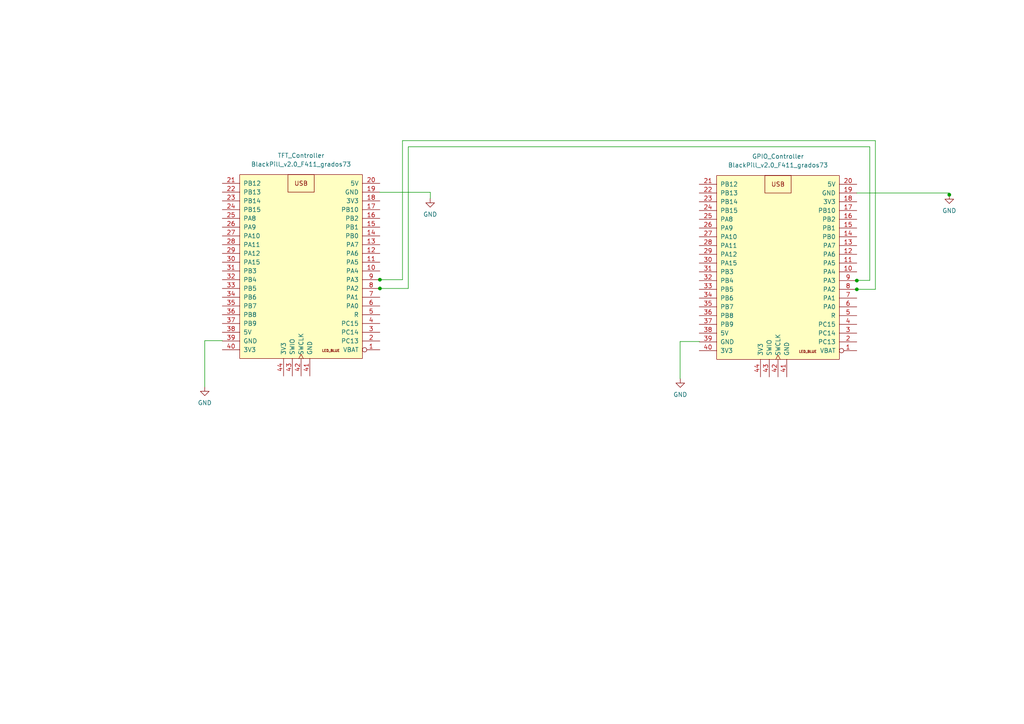
<source format=kicad_sch>
(kicad_sch (version 20211123) (generator eeschema)
  (paper "A4")
  (title_block (title "free_michelle_v1_0") (rev "1.0") (company "grados73"))
  (lib_symbols
    (symbol "BluePill_Part_Like_SWD_Breakout_STM:BlackPill_v2.0_F411_grados73" (pin_names (offset 1.016))
      (property "Reference" "U" (at -15.24 27.94 0))
      (property "Value" "BlackPill_v2.0_F411_grados73" (at 20.32 27.94 0))
      (symbol "BlackPill_v2.0_F411_grados73_0_0"
        (text "USB" (at 0 22.86 0) (effects (font (size 1.27 1.27))))
      )
      (symbol "BlackPill_v2.0_F411_grados73_0_1"
        (rectangle (start -17.78 25.4) (end 17.78 -27.94) (fill (type background)))
        (rectangle (start 3.81 25.4) (end -3.81 20.32))
      )
      (symbol "BlackPill_v2.0_F411_grados73_1_0"
        (text "LED_BLUE" (at 8.636 -25.654 0) (effects (font (size 0.7 0.7))))
      )
      (symbol "BlackPill_v2.0_F411_grados73_1_1"
        (pin power_in inverted (at 22.86 -25.4 180) (length 5.08) (name "VBAT") (number "1"))
        (pin bidirectional line (at 22.86 -2.54 180) (length 5.08) (name "PA4") (number "10"))
        (pin bidirectional line (at 22.86 0 180) (length 5.08) (name "PA5") (number "11"))
        (pin bidirectional line (at 22.86 2.54 180) (length 5.08) (name "PA6") (number "12"))
        (pin bidirectional line (at 22.86 5.08 180) (length 5.08) (name "PA7") (number "13"))
        (pin bidirectional line (at 22.86 7.62 180) (length 5.08) (name "PB0") (number "14"))
        (pin bidirectional line (at 22.86 10.16 180) (length 5.08) (name "PB1") (number "15"))
        (pin bidirectional line (at 22.86 12.7 180) (length 5.08) (name "PB2") (number "16"))
        (pin bidirectional line (at 22.86 15.24 180) (length 5.08) (name "PB10") (number "17"))
        (pin power_in line (at 22.86 17.78 180) (length 5.08) (name "3V3") (number "18"))
        (pin power_in line (at 22.86 20.32 180) (length 5.08) (name "GND") (number "19"))
        (pin bidirectional line (at 22.86 -22.86 180) (length 5.08) (name "PC13") (number "2"))
        (pin power_in line (at 22.86 22.86 180) (length 5.08) (name "5V") (number "20"))
        (pin bidirectional line (at -22.86 22.86 0) (length 5.08) (name "PB12") (number "21"))
        (pin bidirectional line (at -22.86 20.32 0) (length 5.08) (name "PB13") (number "22"))
        (pin bidirectional line (at -22.86 17.78 0) (length 5.08) (name "PB14") (number "23"))
        (pin bidirectional line (at -22.86 15.24 0) (length 5.08) (name "PB15") (number "24"))
        (pin bidirectional line (at -22.86 12.7 0) (length 5.08) (name "PA8") (number "25"))
        (pin bidirectional line (at -22.86 10.16 0) (length 5.08) (name "PA9") (number "26"))
        (pin bidirectional line (at -22.86 7.62 0) (length 5.08) (name "PA10") (number "27"))
        (pin bidirectional line (at -22.86 5.08 0) (length 5.08) (name "PA11") (number "28"))
        (pin bidirectional line (at -22.86 2.54 0) (length 5.08) (name "PA12") (number "29"))
        (pin bidirectional line (at 22.86 -20.32 180) (length 5.08) (name "PC14") (number "3"))
        (pin bidirectional line (at -22.86 0 0) (length 5.08) (name "PA15") (number "30"))
        (pin bidirectional line (at -22.86 -2.54 0) (length 5.08) (name "PB3") (number "31"))
        (pin bidirectional line (at -22.86 -5.08 0) (length 5.08) (name "PB4") (number "32"))
        (pin bidirectional line (at -22.86 -7.62 0) (length 5.08) (name "PB5") (number "33"))
        (pin bidirectional line (at -22.86 -10.16 0) (length 5.08) (name "PB6") (number "34"))
        (pin bidirectional line (at -22.86 -12.7 0) (length 5.08) (name "PB7") (number "35"))
        (pin bidirectional line (at -22.86 -15.24 0) (length 5.08) (name "PB8") (number "36"))
        (pin bidirectional line (at -22.86 -17.78 0) (length 5.08) (name "PB9") (number "37"))
        (pin power_in line (at -22.86 -20.32 0) (length 5.08) (name "5V") (number "38"))
        (pin power_in line (at -22.86 -22.86 0) (length 5.08) (name "GND") (number "39"))
        (pin bidirectional line (at 22.86 -17.78 180) (length 5.08) (name "PC15") (number "4"))
        (pin power_in line (at -22.86 -25.4 0) (length 5.08) (name "3V3") (number "40"))
        (pin power_in line (at 2.54 -33.02 90) (length 5.08) (name "GND") (number "41"))
        (pin bidirectional clock (at 0 -33.02 90) (length 5.08) (name "SWCLK") (number "42"))
        (pin bidirectional line (at -2.54 -33.02 90) (length 5.08) (name "SWIO") (number "43"))
        (pin power_in line (at -5.08 -33.02 90) (length 5.08) (name "3V3") (number "44"))
        (pin bidirectional line (at 22.86 -15.24 180) (length 5.08) (name "R") (number "5"))
        (pin bidirectional line (at 22.86 -12.7 180) (length 5.08) (name "PA0") (number "6"))
        (pin bidirectional line (at 22.86 -10.16 180) (length 5.08) (name "PA1") (number "7"))
        (pin bidirectional line (at 22.86 -7.62 180) (length 5.08) (name "PA2") (number "8"))
        (pin bidirectional line (at 22.86 -5.08 180) (length 5.08) (name "PA3") (number "9"))
      )
    )
    (symbol "power:GND" (power) (pin_names (offset 0))
      (property "Value" "GND" (at 0 -3.81 0))
      (symbol "GND_0_1"
        (polyline (pts (xy 0 0) (xy 0 -1.27) (xy 1.27 -1.27) (xy 0 -2.54) (xy -1.27 -1.27) (xy 0 -1.27)))
      )
      (symbol "GND_1_1"
        (pin power_in line (at 0 0 270) (length 0) hide (name "GND") (number "1"))
      )
    )
  )
  (junction (at 248.5136 81.3816))
  (junction (at 275.336 56.4896))
  (junction (at 110.1852 81.1276))
  (junction (at 248.5136 83.9216))
  (junction (at 110.1852 83.6676))
  (wire (pts (xy 253.8984 83.9216) (xy 253.8984 40.7924)))
  (wire (pts (xy 59.3852 98.806) (xy 59.3852 112.2172)))
  (wire (pts (xy 202.8952 99.06) (xy 197.2564 99.06)))
  (wire (pts (xy 110.1852 81.1276) (xy 116.7384 81.1276)))
  (wire (pts (xy 248.5136 55.9816) (xy 275.336 55.9816)))
  (wire (pts (xy 110.1852 83.6676) (xy 118.4148 83.6676)))
  (wire (pts (xy 118.4148 83.6676) (xy 118.4148 42.5704)))
  (wire (pts (xy 248.5136 81.3308) (xy 248.5136 81.3816)))
  (wire (pts (xy 253.8984 40.7924) (xy 116.7384 40.7924)))
  (wire (pts (xy 275.336 55.9816) (xy 275.336 56.4896)))
  (wire (pts (xy 110.0836 81.1276) (xy 110.1852 81.1276)))
  (wire (pts (xy 116.7384 40.7924) (xy 116.7384 81.1276)))
  (wire (pts (xy 252.2728 81.3308) (xy 248.5136 81.3308)))
  (wire (pts (xy 118.4148 42.5704) (xy 252.2728 42.5704)))
  (wire (pts (xy 197.2564 99.06) (xy 197.2564 109.8296)))
  (wire (pts (xy 248.5136 83.9216) (xy 253.8984 83.9216)))
  (wire (pts (xy 248.412 83.9216) (xy 248.5136 83.9216)))
  (wire (pts (xy 110.1344 55.7784) (xy 124.8156 55.7784)))
  (wire (pts (xy 275.336 56.4896) (xy 275.336 56.5404)))
  (wire (pts (xy 110.1344 83.6676) (xy 110.1852 83.6676)))
  (wire (pts (xy 252.2728 42.5704) (xy 252.2728 81.3308)))
  (wire (pts (xy 124.8156 55.7784) (xy 124.8156 57.5564)))
  (wire (pts (xy 64.516 98.806) (xy 59.3852 98.806)))
  (symbol (lib_id "power:GND") (at 59.3852 112.2172 0) (unit 1)
    (property "Reference" "#PWR?" (effects hide))
    (property "Value" "GND" (at 59.3852 116.84 0))
  )
  (symbol (lib_id "power:GND") (at 197.3072 109.8296 0) (unit 1)
    (property "Reference" "#PWR?" (effects hide))
    (property "Value" "GND" (at 197.3072 114.4524 0))
  )
  (symbol (lib_id "BluePill_Part_Like_SWD_Breakout_STM:BlackPill_v2.0_F411_grados73") (at 225.6536 76.3016 0) (unit 1)
    (property "Reference" "GPIO_Controller" (at 225.6536 45.3644 0))
    (property "Value" "BlackPill_v2.0_F411_grados73" (at 225.6536 47.9044 0))
  )
  (symbol (lib_id "power:GND") (at 275.336 56.4896 0) (unit 1)
    (property "Reference" "#PWR?" (effects hide))
    (property "Value" "GND" (at 275.336 61.1124 0))
  )
  (symbol (lib_id "power:GND") (at 124.7648 57.5564 0) (unit 1)
    (property "Reference" "#PWR?" (effects hide))
    (property "Value" "GND" (at 124.7648 62.1792 0))
  )
  (symbol (lib_id "BluePill_Part_Like_SWD_Breakout_STM:BlackPill_v2.0_F411_grados73") (at 87.3252 76.0476 0) (unit 1)
    (property "Reference" "TFT_Controller" (at 87.3252 45.1104 0))
    (property "Value" "BlackPill_v2.0_F411_grados73" (at 87.3252 47.6504 0))
  )
)
</source>
